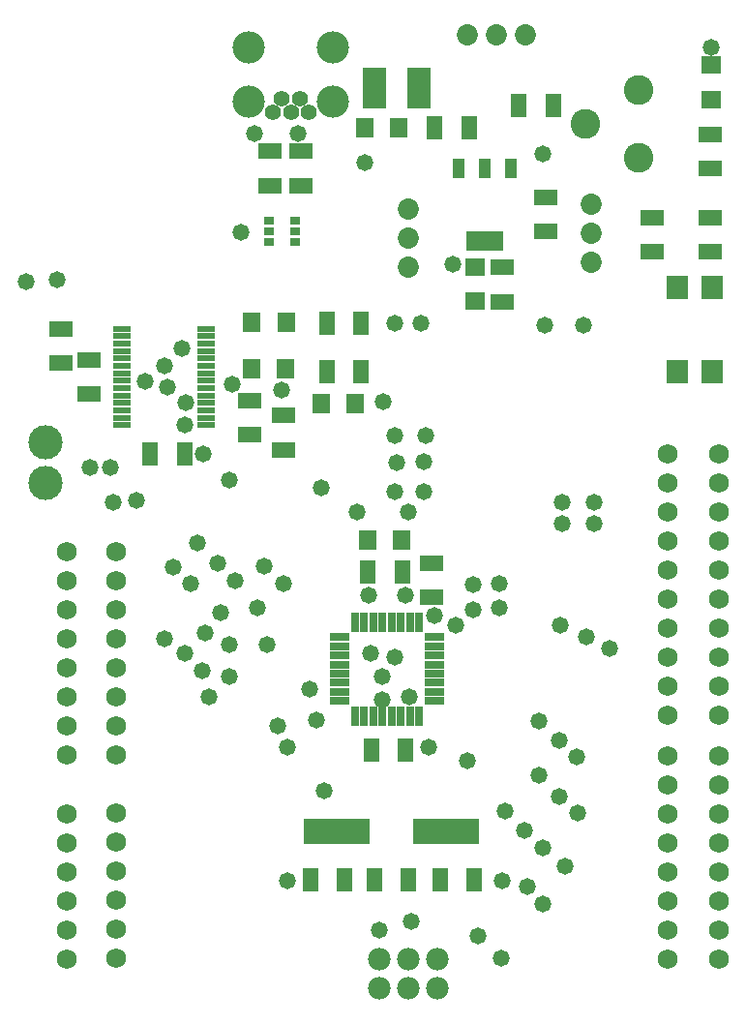
<source format=gts>
G04*
G04 #@! TF.GenerationSoftware,Altium Limited,Altium Designer,19.1.7 (138)*
G04*
G04 Layer_Color=8388736*
%FSLAX25Y25*%
%MOIN*%
G70*
G01*
G75*
%ADD31R,0.08280X0.14186*%
%ADD32R,0.07900X0.05200*%
%ADD33R,0.06300X0.07100*%
%ADD34R,0.06300X0.02170*%
%ADD35R,0.05200X0.07900*%
%ADD36R,0.06600X0.02800*%
%ADD37R,0.02800X0.06600*%
%ADD38R,0.13000X0.07100*%
%ADD39R,0.04100X0.07100*%
%ADD40R,0.22847X0.09068*%
%ADD41R,0.07493X0.08280*%
%ADD42R,0.07100X0.06300*%
%ADD43R,0.03556X0.02800*%
%ADD44C,0.06800*%
%ADD45C,0.07296*%
%ADD46C,0.07800*%
%ADD47C,0.11800*%
%ADD48C,0.10249*%
%ADD49C,0.11099*%
%ADD50O,0.11099X0.11099*%
%ADD51C,0.05556*%
%ADD52C,0.05800*%
D31*
X162500Y319500D02*
D03*
X177854D02*
D03*
D32*
X54500Y224700D02*
D03*
Y236500D02*
D03*
X182000Y156000D02*
D03*
Y144200D02*
D03*
X64000Y214200D02*
D03*
Y226000D02*
D03*
X221500Y282000D02*
D03*
Y270200D02*
D03*
X131000Y206800D02*
D03*
Y195000D02*
D03*
X278000Y275000D02*
D03*
Y263200D02*
D03*
X258000D02*
D03*
Y275000D02*
D03*
X119500Y200200D02*
D03*
Y212000D02*
D03*
X206500Y246000D02*
D03*
Y257800D02*
D03*
X126500Y286000D02*
D03*
Y297800D02*
D03*
X137000D02*
D03*
Y286000D02*
D03*
X278000Y291700D02*
D03*
Y303500D02*
D03*
D33*
X160100Y164000D02*
D03*
X171900D02*
D03*
X131900Y223000D02*
D03*
X120100D02*
D03*
X120200Y239000D02*
D03*
X132000D02*
D03*
X155900Y211000D02*
D03*
X144100D02*
D03*
X159100Y306000D02*
D03*
X170900D02*
D03*
D34*
X75606Y203366D02*
D03*
Y205925D02*
D03*
Y208484D02*
D03*
Y211043D02*
D03*
Y213602D02*
D03*
Y216161D02*
D03*
Y218720D02*
D03*
Y221280D02*
D03*
Y223839D02*
D03*
Y226398D02*
D03*
Y228957D02*
D03*
Y231516D02*
D03*
Y234075D02*
D03*
Y236634D02*
D03*
X104394Y203366D02*
D03*
Y205925D02*
D03*
Y208484D02*
D03*
Y211043D02*
D03*
Y213602D02*
D03*
Y218720D02*
D03*
Y216161D02*
D03*
Y221280D02*
D03*
Y223839D02*
D03*
Y226398D02*
D03*
Y228957D02*
D03*
Y231516D02*
D03*
Y234075D02*
D03*
Y236634D02*
D03*
D35*
X146000Y222000D02*
D03*
X157800D02*
D03*
Y238500D02*
D03*
X146000D02*
D03*
X161500Y91500D02*
D03*
X173300D02*
D03*
X160200Y153000D02*
D03*
X172000D02*
D03*
X174300Y47000D02*
D03*
X162500D02*
D03*
X140500D02*
D03*
X152300D02*
D03*
X196800D02*
D03*
X185000D02*
D03*
X97000Y193500D02*
D03*
X85200D02*
D03*
X212200Y313500D02*
D03*
X224000D02*
D03*
X195000Y306000D02*
D03*
X183200D02*
D03*
D36*
X150600Y108400D02*
D03*
Y111500D02*
D03*
Y114700D02*
D03*
Y117800D02*
D03*
Y121000D02*
D03*
Y124100D02*
D03*
Y127300D02*
D03*
Y130400D02*
D03*
X183000D02*
D03*
Y127300D02*
D03*
Y124100D02*
D03*
Y121000D02*
D03*
Y117800D02*
D03*
Y114700D02*
D03*
Y111500D02*
D03*
Y108400D02*
D03*
D37*
X155800Y135600D02*
D03*
X158900D02*
D03*
X162100D02*
D03*
X165200D02*
D03*
X168400D02*
D03*
X171500D02*
D03*
X174700D02*
D03*
X177800D02*
D03*
Y103200D02*
D03*
X174700D02*
D03*
X171500D02*
D03*
X168400D02*
D03*
X165200D02*
D03*
X162100D02*
D03*
X158900D02*
D03*
X155800D02*
D03*
D38*
X200500Y266794D02*
D03*
D39*
X191400Y291994D02*
D03*
X200500D02*
D03*
X209600D02*
D03*
D40*
X187000Y63500D02*
D03*
X149598D02*
D03*
D41*
X278823Y250826D02*
D03*
X266823D02*
D03*
X278823Y221826D02*
D03*
X266823D02*
D03*
D42*
X197000Y257900D02*
D03*
Y246100D02*
D03*
X278500Y327400D02*
D03*
Y315600D02*
D03*
D43*
X126148Y274016D02*
D03*
Y270276D02*
D03*
Y266535D02*
D03*
X135301D02*
D03*
Y270276D02*
D03*
Y274016D02*
D03*
D44*
X281000Y193500D02*
D03*
Y183500D02*
D03*
Y173500D02*
D03*
Y163500D02*
D03*
Y153500D02*
D03*
Y143500D02*
D03*
Y133500D02*
D03*
Y123500D02*
D03*
Y113500D02*
D03*
Y103500D02*
D03*
X263500D02*
D03*
Y113500D02*
D03*
Y123500D02*
D03*
Y133500D02*
D03*
Y143500D02*
D03*
Y153500D02*
D03*
Y163500D02*
D03*
Y173500D02*
D03*
Y183500D02*
D03*
Y193500D02*
D03*
X56500Y69500D02*
D03*
Y59500D02*
D03*
Y49500D02*
D03*
Y39500D02*
D03*
Y29500D02*
D03*
Y19500D02*
D03*
Y160000D02*
D03*
Y150000D02*
D03*
Y140000D02*
D03*
Y130000D02*
D03*
Y120000D02*
D03*
Y110000D02*
D03*
Y100000D02*
D03*
Y90000D02*
D03*
X73500D02*
D03*
Y100000D02*
D03*
Y110000D02*
D03*
Y120000D02*
D03*
Y130000D02*
D03*
Y140000D02*
D03*
Y150000D02*
D03*
Y160000D02*
D03*
X263500Y89500D02*
D03*
Y79500D02*
D03*
Y69500D02*
D03*
Y59500D02*
D03*
Y49500D02*
D03*
Y39500D02*
D03*
Y29500D02*
D03*
Y19500D02*
D03*
X73500Y70000D02*
D03*
Y60000D02*
D03*
Y50000D02*
D03*
Y40000D02*
D03*
Y30000D02*
D03*
Y20000D02*
D03*
X281000Y89500D02*
D03*
Y79500D02*
D03*
Y69500D02*
D03*
Y59500D02*
D03*
Y49500D02*
D03*
Y39500D02*
D03*
Y29500D02*
D03*
Y19500D02*
D03*
D45*
X174000Y278000D02*
D03*
Y268000D02*
D03*
Y258000D02*
D03*
X237000Y259500D02*
D03*
Y269500D02*
D03*
Y279500D02*
D03*
X214500Y338000D02*
D03*
X204500D02*
D03*
X194500D02*
D03*
D46*
X184000Y19500D02*
D03*
Y9500D02*
D03*
X174000Y19500D02*
D03*
Y9500D02*
D03*
X164000Y19500D02*
D03*
Y9500D02*
D03*
D47*
X49000Y197500D02*
D03*
Y183500D02*
D03*
D48*
X234996Y307220D02*
D03*
X253500Y319000D02*
D03*
Y295500D02*
D03*
D49*
X119083Y333520D02*
D03*
D50*
Y314819D02*
D03*
X148217D02*
D03*
Y333520D02*
D03*
D51*
X130500Y316000D02*
D03*
X136799D02*
D03*
X127350Y311276D02*
D03*
X133650D02*
D03*
X139949D02*
D03*
D52*
X165500Y211500D02*
D03*
X130500Y215500D02*
D03*
X206000Y20000D02*
D03*
X220500Y38500D02*
D03*
X215000Y44500D02*
D03*
X198000Y27500D02*
D03*
X228000Y51500D02*
D03*
X220500Y58000D02*
D03*
X214000Y64000D02*
D03*
X226000Y75500D02*
D03*
X219000Y83000D02*
D03*
Y101500D02*
D03*
X226500Y134375D02*
D03*
X232250Y89250D02*
D03*
X232500Y70000D02*
D03*
X226000Y95000D02*
D03*
X175000Y32500D02*
D03*
X243500Y126500D02*
D03*
X235400Y130400D02*
D03*
X164000Y29500D02*
D03*
X161000Y125000D02*
D03*
X160500Y145000D02*
D03*
X196500Y148500D02*
D03*
Y140000D02*
D03*
X183000Y138000D02*
D03*
X169500Y123500D02*
D03*
X205500Y140500D02*
D03*
Y149000D02*
D03*
X190500Y134500D02*
D03*
X227000Y169500D02*
D03*
Y177000D02*
D03*
X238000D02*
D03*
Y169500D02*
D03*
X104000Y132000D02*
D03*
X112500Y128000D02*
D03*
X131000Y149000D02*
D03*
X122000Y140500D02*
D03*
X93000Y154500D02*
D03*
X99000Y149000D02*
D03*
X109500Y139000D02*
D03*
X179500Y191000D02*
D03*
X170000Y190500D02*
D03*
X180000Y200000D02*
D03*
X169500D02*
D03*
X156500Y173500D02*
D03*
X144000Y182000D02*
D03*
X179500Y180500D02*
D03*
X169500D02*
D03*
X108500Y156000D02*
D03*
X174000Y173500D02*
D03*
X132500Y92500D02*
D03*
X234500Y238000D02*
D03*
X221000D02*
D03*
X178500Y238500D02*
D03*
X169500D02*
D03*
X142500Y102000D02*
D03*
X129000Y100000D02*
D03*
X124500Y155000D02*
D03*
X97000Y125000D02*
D03*
X174500Y110000D02*
D03*
X165000Y109000D02*
D03*
X194500Y88000D02*
D03*
X207500Y70500D02*
D03*
X101500Y163000D02*
D03*
X114500Y150000D02*
D03*
X90000Y130000D02*
D03*
X105500Y110000D02*
D03*
X103000Y119000D02*
D03*
X112500Y117000D02*
D03*
X140000Y112500D02*
D03*
X181000Y92500D02*
D03*
X145000Y77500D02*
D03*
X72500Y177000D02*
D03*
X64500Y189000D02*
D03*
X125500Y128000D02*
D03*
X80500Y177500D02*
D03*
X71500Y189000D02*
D03*
X165000Y117000D02*
D03*
X173000Y145000D02*
D03*
X42500Y253000D02*
D03*
X53000Y253500D02*
D03*
X113500Y217500D02*
D03*
X112500Y184500D02*
D03*
X103500Y193500D02*
D03*
X90000Y224000D02*
D03*
X83500Y218500D02*
D03*
X97543Y211043D02*
D03*
X136000Y304000D02*
D03*
X121000D02*
D03*
X91000Y216500D02*
D03*
X97000Y203500D02*
D03*
X206500Y46500D02*
D03*
X132500D02*
D03*
X96000Y230000D02*
D03*
X116500Y270000D02*
D03*
X189500Y259000D02*
D03*
X220500Y297000D02*
D03*
X159000Y294000D02*
D03*
X278500Y333500D02*
D03*
M02*

</source>
